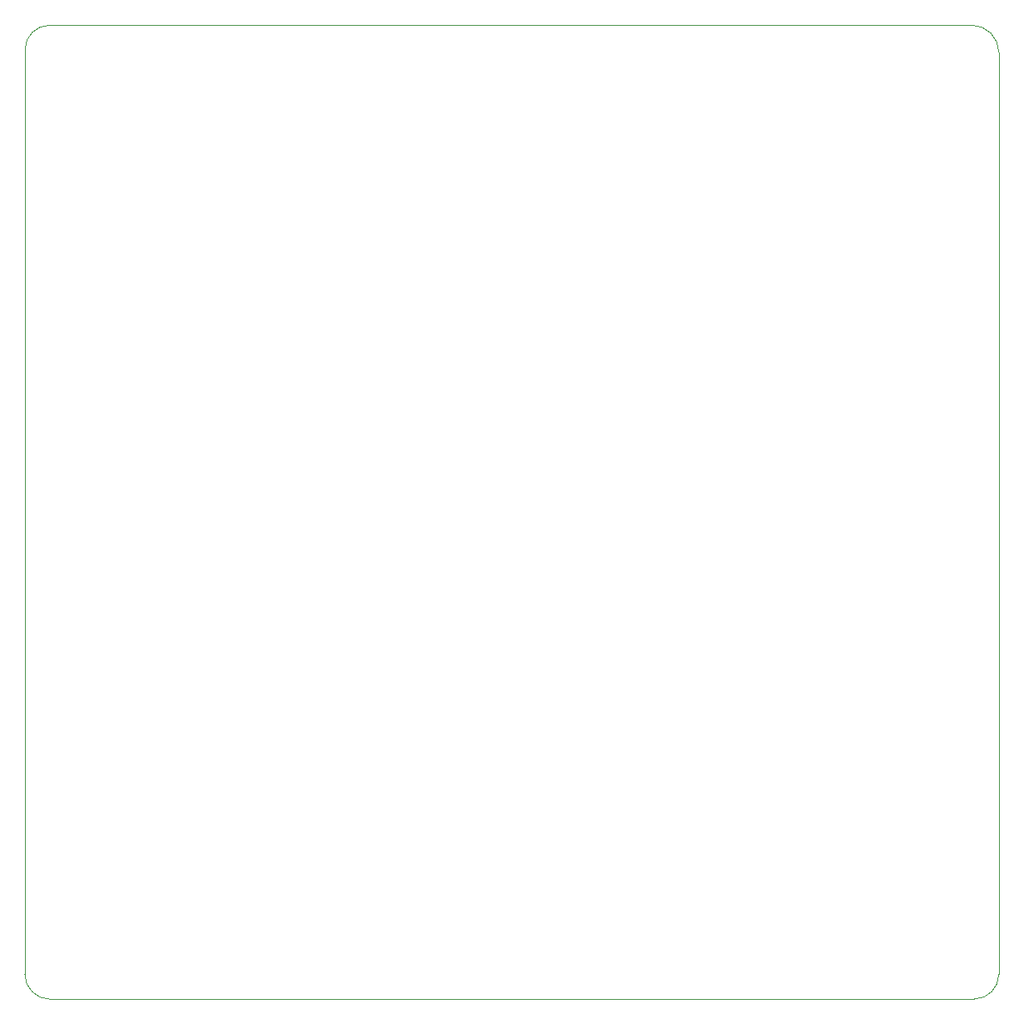
<source format=gbr>
%TF.GenerationSoftware,KiCad,Pcbnew,6.0.7-f9a2dced07~116~ubuntu20.04.1*%
%TF.CreationDate,2022-10-31T14:41:35+01:00*%
%TF.ProjectId,av_citynode_hw,61765f63-6974-4796-9e6f-64655f68772e,rev?*%
%TF.SameCoordinates,Original*%
%TF.FileFunction,Profile,NP*%
%FSLAX46Y46*%
G04 Gerber Fmt 4.6, Leading zero omitted, Abs format (unit mm)*
G04 Created by KiCad (PCBNEW 6.0.7-f9a2dced07~116~ubuntu20.04.1) date 2022-10-31 14:41:35*
%MOMM*%
%LPD*%
G01*
G04 APERTURE LIST*
%TA.AperFunction,Profile*%
%ADD10C,0.100000*%
%TD*%
G04 APERTURE END LIST*
D10*
X205799000Y-142748000D02*
X205799000Y-49022000D01*
X203005000Y-46228000D02*
X109279000Y-46228000D01*
X109279000Y-46228000D02*
G75*
G03*
X106739000Y-48768000I0J-2540000D01*
G01*
X205799000Y-49022000D02*
G75*
G03*
X203005000Y-46228000I-2794000J0D01*
G01*
X106739000Y-142748000D02*
G75*
G03*
X109279000Y-145288000I2540000J0D01*
G01*
X109279000Y-145288000D02*
X203259000Y-145288000D01*
X106739000Y-48768000D02*
X106739000Y-142748000D01*
X203259000Y-145288000D02*
G75*
G03*
X205799000Y-142748000I0J2540000D01*
G01*
M02*

</source>
